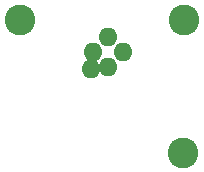
<source format=gbr>
G04 #@! TF.GenerationSoftware,KiCad,Pcbnew,5.0.0-fee4fd1~65~ubuntu16.04.1*
G04 #@! TF.CreationDate,2018-08-02T14:10:23+02:00*
G04 #@! TF.ProjectId,beetrax-pcb2,626565747261782D706362322E6B6963,rev?*
G04 #@! TF.SameCoordinates,Original*
G04 #@! TF.FileFunction,Soldermask,Bot*
G04 #@! TF.FilePolarity,Negative*
%FSLAX46Y46*%
G04 Gerber Fmt 4.6, Leading zero omitted, Abs format (unit mm)*
G04 Created by KiCad (PCBNEW 5.0.0-fee4fd1~65~ubuntu16.04.1) date Thu Aug  2 14:10:23 2018*
%MOMM*%
%LPD*%
G01*
G04 APERTURE LIST*
%ADD10O,1.600000X1.600000*%
%ADD11C,2.600000*%
G04 APERTURE END LIST*
D10*
G04 #@! TO.C,U2*
X144000000Y-120215000D03*
X144180000Y-118770000D03*
X145450000Y-120040000D03*
X145450000Y-117500000D03*
X146720000Y-118770000D03*
G04 #@! TD*
D11*
G04 #@! TO.C,REF\002A\002A*
X138000000Y-116000000D03*
G04 #@! TD*
G04 #@! TO.C,REF\002A\002A*
X151890000Y-116000000D03*
G04 #@! TD*
G04 #@! TO.C,REF\002A\002A*
X151770000Y-127260000D03*
G04 #@! TD*
M02*

</source>
